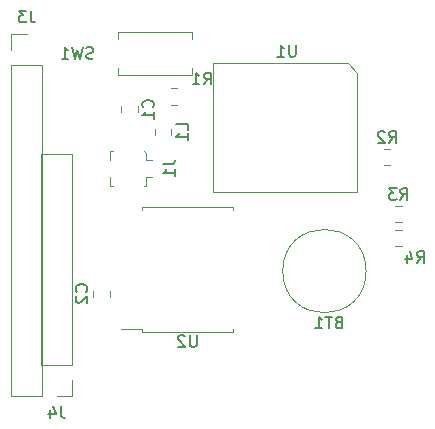
<source format=gbr>
G04 #@! TF.GenerationSoftware,KiCad,Pcbnew,5.1.2*
G04 #@! TF.CreationDate,2019-07-12T14:08:37+08:00*
G04 #@! TF.ProjectId,GPS,4750532e-6b69-4636-9164-5f7063625858,0.2*
G04 #@! TF.SameCoordinates,Original*
G04 #@! TF.FileFunction,Legend,Bot*
G04 #@! TF.FilePolarity,Positive*
%FSLAX46Y46*%
G04 Gerber Fmt 4.6, Leading zero omitted, Abs format (unit mm)*
G04 Created by KiCad (PCBNEW 5.1.2) date 2019-07-12 14:08:37*
%MOMM*%
%LPD*%
G04 APERTURE LIST*
%ADD10C,0.120000*%
%ADD11C,0.150000*%
G04 APERTURE END LIST*
D10*
X116966000Y-80697000D02*
X115151000Y-80697000D01*
X116966000Y-80952000D02*
X116966000Y-80697000D01*
X120826000Y-80952000D02*
X116966000Y-80952000D01*
X124686000Y-80952000D02*
X124686000Y-80697000D01*
X120826000Y-80952000D02*
X124686000Y-80952000D01*
X116966000Y-70432000D02*
X116966000Y-70687000D01*
X120826000Y-70432000D02*
X116966000Y-70432000D01*
X124686000Y-70432000D02*
X124686000Y-70687000D01*
X120826000Y-70432000D02*
X124686000Y-70432000D01*
X114977000Y-55554000D02*
X121177000Y-55554000D01*
X121177000Y-59254000D02*
X114977000Y-59254000D01*
X114977000Y-59254000D02*
X114977000Y-58604000D01*
X114977000Y-56204000D02*
X114977000Y-55554000D01*
X121177000Y-55554000D02*
X121177000Y-56204000D01*
X121177000Y-59254000D02*
X121177000Y-58604000D01*
X138942578Y-73735000D02*
X138425422Y-73735000D01*
X138942578Y-72315000D02*
X138425422Y-72315000D01*
X138942578Y-71703000D02*
X138425422Y-71703000D01*
X138942578Y-70283000D02*
X138425422Y-70283000D01*
X114248000Y-77465422D02*
X114248000Y-77982578D01*
X112828000Y-77465422D02*
X112828000Y-77982578D01*
X109753400Y-86356500D02*
X111083400Y-86356500D01*
X111083400Y-86356500D02*
X111083400Y-85026500D01*
X111083400Y-83756500D02*
X111083400Y-65916500D01*
X108423400Y-65916500D02*
X111083400Y-65916500D01*
X108423400Y-83756500D02*
X108423400Y-65916500D01*
X108423400Y-83756500D02*
X111083400Y-83756500D01*
X107213400Y-55756500D02*
X105883400Y-55756500D01*
X105883400Y-55756500D02*
X105883400Y-57086500D01*
X105883400Y-58356500D02*
X105883400Y-86356500D01*
X108543400Y-86356500D02*
X105883400Y-86356500D01*
X108543400Y-58356500D02*
X108543400Y-86356500D01*
X108543400Y-58356500D02*
X105883400Y-58356500D01*
X137975078Y-66877000D02*
X137457922Y-66877000D01*
X137975078Y-65457000D02*
X137457922Y-65457000D01*
X119941078Y-61733500D02*
X119423922Y-61733500D01*
X119941078Y-60313500D02*
X119423922Y-60313500D01*
X118035000Y-64281578D02*
X118035000Y-63764422D01*
X119455000Y-64281578D02*
X119455000Y-63764422D01*
X115177500Y-62376578D02*
X115177500Y-61859422D01*
X116597500Y-62376578D02*
X116597500Y-61859422D01*
X135944000Y-75819000D02*
G75*
G03X135944000Y-75819000I-3530000J0D01*
G01*
X114300000Y-65619500D02*
X114300000Y-66419500D01*
X114500000Y-65619500D02*
X114300000Y-65619500D01*
X114300000Y-68619500D02*
X114500000Y-68619500D01*
X114300000Y-67819500D02*
X114300000Y-68619500D01*
X117300000Y-68619500D02*
X117300000Y-67819500D01*
X117100000Y-68619500D02*
X117300000Y-68619500D01*
X117300000Y-65819500D02*
X117100000Y-65619500D01*
X117300000Y-66419500D02*
X117300000Y-65819500D01*
X117300000Y-66419500D02*
X117800000Y-66419500D01*
X117300000Y-67819500D02*
X117800000Y-67819500D01*
X135197000Y-69119500D02*
X135197000Y-59019500D01*
X123019000Y-69119500D02*
X135197000Y-69119500D01*
X122987000Y-58219500D02*
X122987000Y-69119500D01*
X134397000Y-58219500D02*
X122987000Y-58219500D01*
X135197000Y-59019500D02*
X134397000Y-58219500D01*
D11*
X121587904Y-81244380D02*
X121587904Y-82053904D01*
X121540285Y-82149142D01*
X121492666Y-82196761D01*
X121397428Y-82244380D01*
X121206952Y-82244380D01*
X121111714Y-82196761D01*
X121064095Y-82149142D01*
X121016476Y-82053904D01*
X121016476Y-81244380D01*
X120587904Y-81339619D02*
X120540285Y-81292000D01*
X120445047Y-81244380D01*
X120206952Y-81244380D01*
X120111714Y-81292000D01*
X120064095Y-81339619D01*
X120016476Y-81434857D01*
X120016476Y-81530095D01*
X120064095Y-81672952D01*
X120635523Y-82244380D01*
X120016476Y-82244380D01*
X112839333Y-57808761D02*
X112696476Y-57856380D01*
X112458380Y-57856380D01*
X112363142Y-57808761D01*
X112315523Y-57761142D01*
X112267904Y-57665904D01*
X112267904Y-57570666D01*
X112315523Y-57475428D01*
X112363142Y-57427809D01*
X112458380Y-57380190D01*
X112648857Y-57332571D01*
X112744095Y-57284952D01*
X112791714Y-57237333D01*
X112839333Y-57142095D01*
X112839333Y-57046857D01*
X112791714Y-56951619D01*
X112744095Y-56904000D01*
X112648857Y-56856380D01*
X112410761Y-56856380D01*
X112267904Y-56904000D01*
X111934571Y-56856380D02*
X111696476Y-57856380D01*
X111506000Y-57142095D01*
X111315523Y-57856380D01*
X111077428Y-56856380D01*
X110172666Y-57856380D02*
X110744095Y-57856380D01*
X110458380Y-57856380D02*
X110458380Y-56856380D01*
X110553619Y-56999238D01*
X110648857Y-57094476D01*
X110744095Y-57142095D01*
X140247666Y-75128380D02*
X140581000Y-74652190D01*
X140819095Y-75128380D02*
X140819095Y-74128380D01*
X140438142Y-74128380D01*
X140342904Y-74176000D01*
X140295285Y-74223619D01*
X140247666Y-74318857D01*
X140247666Y-74461714D01*
X140295285Y-74556952D01*
X140342904Y-74604571D01*
X140438142Y-74652190D01*
X140819095Y-74652190D01*
X139390523Y-74461714D02*
X139390523Y-75128380D01*
X139628619Y-74080761D02*
X139866714Y-74795047D01*
X139247666Y-74795047D01*
X138850666Y-69795380D02*
X139184000Y-69319190D01*
X139422095Y-69795380D02*
X139422095Y-68795380D01*
X139041142Y-68795380D01*
X138945904Y-68843000D01*
X138898285Y-68890619D01*
X138850666Y-68985857D01*
X138850666Y-69128714D01*
X138898285Y-69223952D01*
X138945904Y-69271571D01*
X139041142Y-69319190D01*
X139422095Y-69319190D01*
X138517333Y-68795380D02*
X137898285Y-68795380D01*
X138231619Y-69176333D01*
X138088761Y-69176333D01*
X137993523Y-69223952D01*
X137945904Y-69271571D01*
X137898285Y-69366809D01*
X137898285Y-69604904D01*
X137945904Y-69700142D01*
X137993523Y-69747761D01*
X138088761Y-69795380D01*
X138374476Y-69795380D01*
X138469714Y-69747761D01*
X138517333Y-69700142D01*
X112245142Y-77557333D02*
X112292761Y-77509714D01*
X112340380Y-77366857D01*
X112340380Y-77271619D01*
X112292761Y-77128761D01*
X112197523Y-77033523D01*
X112102285Y-76985904D01*
X111911809Y-76938285D01*
X111768952Y-76938285D01*
X111578476Y-76985904D01*
X111483238Y-77033523D01*
X111388000Y-77128761D01*
X111340380Y-77271619D01*
X111340380Y-77366857D01*
X111388000Y-77509714D01*
X111435619Y-77557333D01*
X111435619Y-77938285D02*
X111388000Y-77985904D01*
X111340380Y-78081142D01*
X111340380Y-78319238D01*
X111388000Y-78414476D01*
X111435619Y-78462095D01*
X111530857Y-78509714D01*
X111626095Y-78509714D01*
X111768952Y-78462095D01*
X112340380Y-77890666D01*
X112340380Y-78509714D01*
X110086733Y-87248880D02*
X110086733Y-87963166D01*
X110134352Y-88106023D01*
X110229590Y-88201261D01*
X110372447Y-88248880D01*
X110467685Y-88248880D01*
X109181971Y-87582214D02*
X109181971Y-88248880D01*
X109420066Y-87201261D02*
X109658161Y-87915547D01*
X109039114Y-87915547D01*
X107546733Y-53768880D02*
X107546733Y-54483166D01*
X107594352Y-54626023D01*
X107689590Y-54721261D01*
X107832447Y-54768880D01*
X107927685Y-54768880D01*
X107165780Y-53768880D02*
X106546733Y-53768880D01*
X106880066Y-54149833D01*
X106737209Y-54149833D01*
X106641971Y-54197452D01*
X106594352Y-54245071D01*
X106546733Y-54340309D01*
X106546733Y-54578404D01*
X106594352Y-54673642D01*
X106641971Y-54721261D01*
X106737209Y-54768880D01*
X107022923Y-54768880D01*
X107118161Y-54721261D01*
X107165780Y-54673642D01*
X137883166Y-64969380D02*
X138216500Y-64493190D01*
X138454595Y-64969380D02*
X138454595Y-63969380D01*
X138073642Y-63969380D01*
X137978404Y-64017000D01*
X137930785Y-64064619D01*
X137883166Y-64159857D01*
X137883166Y-64302714D01*
X137930785Y-64397952D01*
X137978404Y-64445571D01*
X138073642Y-64493190D01*
X138454595Y-64493190D01*
X137502214Y-64064619D02*
X137454595Y-64017000D01*
X137359357Y-63969380D01*
X137121261Y-63969380D01*
X137026023Y-64017000D01*
X136978404Y-64064619D01*
X136930785Y-64159857D01*
X136930785Y-64255095D01*
X136978404Y-64397952D01*
X137549833Y-64969380D01*
X136930785Y-64969380D01*
X122213666Y-60015380D02*
X122547000Y-59539190D01*
X122785095Y-60015380D02*
X122785095Y-59015380D01*
X122404142Y-59015380D01*
X122308904Y-59063000D01*
X122261285Y-59110619D01*
X122213666Y-59205857D01*
X122213666Y-59348714D01*
X122261285Y-59443952D01*
X122308904Y-59491571D01*
X122404142Y-59539190D01*
X122785095Y-59539190D01*
X121261285Y-60015380D02*
X121832714Y-60015380D01*
X121547000Y-60015380D02*
X121547000Y-59015380D01*
X121642238Y-59158238D01*
X121737476Y-59253476D01*
X121832714Y-59301095D01*
X120847380Y-63856333D02*
X120847380Y-63380142D01*
X119847380Y-63380142D01*
X120847380Y-64713476D02*
X120847380Y-64142047D01*
X120847380Y-64427761D02*
X119847380Y-64427761D01*
X119990238Y-64332523D01*
X120085476Y-64237285D01*
X120133095Y-64142047D01*
X117894642Y-61951333D02*
X117942261Y-61903714D01*
X117989880Y-61760857D01*
X117989880Y-61665619D01*
X117942261Y-61522761D01*
X117847023Y-61427523D01*
X117751785Y-61379904D01*
X117561309Y-61332285D01*
X117418452Y-61332285D01*
X117227976Y-61379904D01*
X117132738Y-61427523D01*
X117037500Y-61522761D01*
X116989880Y-61665619D01*
X116989880Y-61760857D01*
X117037500Y-61903714D01*
X117085119Y-61951333D01*
X117989880Y-62903714D02*
X117989880Y-62332285D01*
X117989880Y-62618000D02*
X116989880Y-62618000D01*
X117132738Y-62522761D01*
X117227976Y-62427523D01*
X117275595Y-62332285D01*
X133599714Y-80147571D02*
X133456857Y-80195190D01*
X133409238Y-80242809D01*
X133361619Y-80338047D01*
X133361619Y-80480904D01*
X133409238Y-80576142D01*
X133456857Y-80623761D01*
X133552095Y-80671380D01*
X133933047Y-80671380D01*
X133933047Y-79671380D01*
X133599714Y-79671380D01*
X133504476Y-79719000D01*
X133456857Y-79766619D01*
X133409238Y-79861857D01*
X133409238Y-79957095D01*
X133456857Y-80052333D01*
X133504476Y-80099952D01*
X133599714Y-80147571D01*
X133933047Y-80147571D01*
X133075904Y-79671380D02*
X132504476Y-79671380D01*
X132790190Y-80671380D02*
X132790190Y-79671380D01*
X131647333Y-80671380D02*
X132218761Y-80671380D01*
X131933047Y-80671380D02*
X131933047Y-79671380D01*
X132028285Y-79814238D01*
X132123523Y-79909476D01*
X132218761Y-79957095D01*
X118752380Y-66786166D02*
X119466666Y-66786166D01*
X119609523Y-66738547D01*
X119704761Y-66643309D01*
X119752380Y-66500452D01*
X119752380Y-66405214D01*
X119752380Y-67786166D02*
X119752380Y-67214738D01*
X119752380Y-67500452D02*
X118752380Y-67500452D01*
X118895238Y-67405214D01*
X118990476Y-67309976D01*
X119038095Y-67214738D01*
X129980904Y-56671880D02*
X129980904Y-57481404D01*
X129933285Y-57576642D01*
X129885666Y-57624261D01*
X129790428Y-57671880D01*
X129599952Y-57671880D01*
X129504714Y-57624261D01*
X129457095Y-57576642D01*
X129409476Y-57481404D01*
X129409476Y-56671880D01*
X128409476Y-57671880D02*
X128980904Y-57671880D01*
X128695190Y-57671880D02*
X128695190Y-56671880D01*
X128790428Y-56814738D01*
X128885666Y-56909976D01*
X128980904Y-56957595D01*
M02*

</source>
